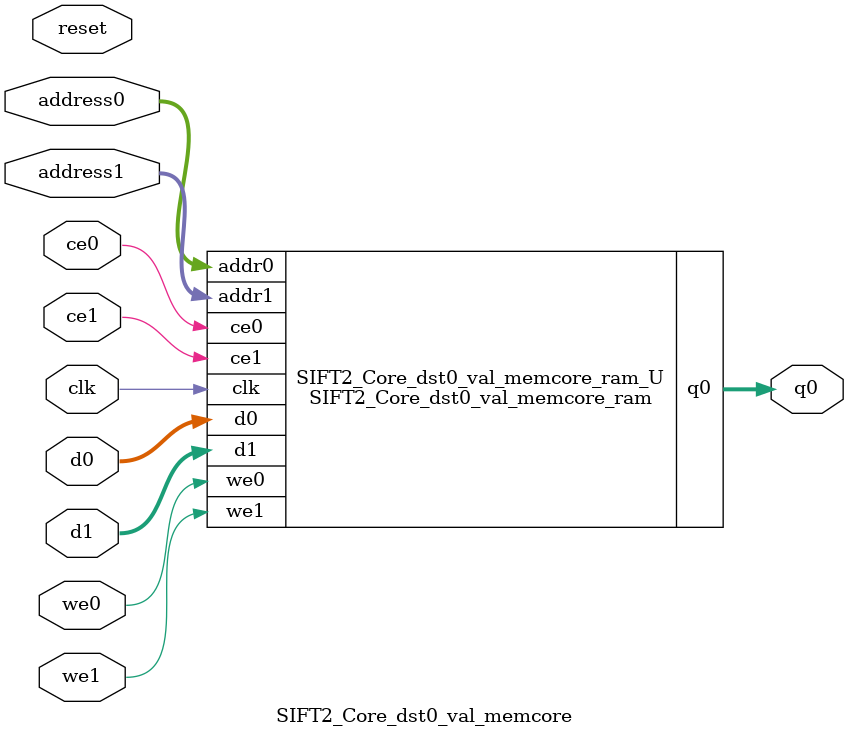
<source format=v>

`timescale 1 ns / 1 ps
module SIFT2_Core_dst0_val_memcore_ram (addr0, ce0, d0, we0, q0, addr1, ce1, d1, we1,  clk);

parameter DWIDTH = 8;
parameter AWIDTH = 12;
parameter MEM_SIZE = 4096;

input[AWIDTH-1:0] addr0;
input ce0;
input[DWIDTH-1:0] d0;
input we0;
output reg[DWIDTH-1:0] q0;
input[AWIDTH-1:0] addr1;
input ce1;
input[DWIDTH-1:0] d1;
input we1;
input clk;

(* ram_style = "block" *)reg [DWIDTH-1:0] ram[0:MEM_SIZE-1];




always @(posedge clk)  
begin 
    if (ce0) 
    begin
        if (we0) 
        begin 
            ram[addr0] <= d0; 
            q0 <= d0;
        end 
        else 
            q0 <= ram[addr0];
    end
end


always @(posedge clk)  
begin 
    if (ce1) 
    begin
        if (we1) 
        begin 
            ram[addr1] <= d1; 
        end 
    end
end


endmodule


`timescale 1 ns / 1 ps
module SIFT2_Core_dst0_val_memcore(
    reset,
    clk,
    address0,
    ce0,
    we0,
    d0,
    q0,
    address1,
    ce1,
    we1,
    d1);

parameter DataWidth = 32'd8;
parameter AddressRange = 32'd4096;
parameter AddressWidth = 32'd12;
input reset;
input clk;
input[AddressWidth - 1:0] address0;
input ce0;
input we0;
input[DataWidth - 1:0] d0;
output[DataWidth - 1:0] q0;
input[AddressWidth - 1:0] address1;
input ce1;
input we1;
input[DataWidth - 1:0] d1;



SIFT2_Core_dst0_val_memcore_ram SIFT2_Core_dst0_val_memcore_ram_U(
    .clk( clk ),
    .addr0( address0 ),
    .ce0( ce0 ),
    .we0( we0 ),
    .d0( d0 ),
    .q0( q0 ),
    .addr1( address1 ),
    .ce1( ce1 ),
    .we1( we1 ),
    .d1( d1 ));

endmodule


</source>
